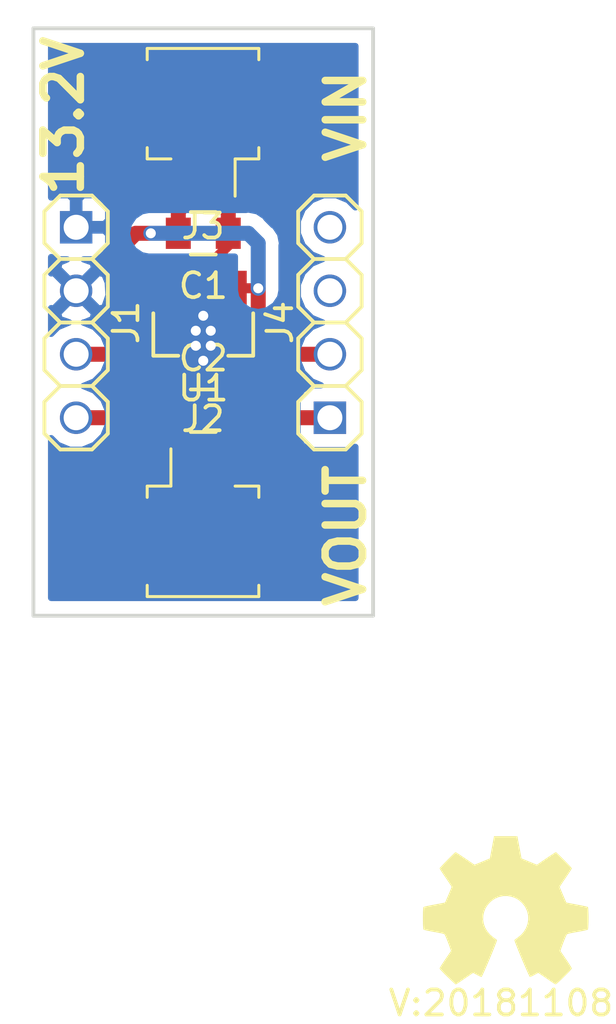
<source format=kicad_pcb>
(kicad_pcb (version 20171130) (host pcbnew 5.0.1-33cea8e~68~ubuntu18.04.1)

  (general
    (thickness 1.6)
    (drawings 7)
    (tracks 44)
    (zones 0)
    (modules 9)
    (nets 4)
  )

  (page A4)
  (layers
    (0 F.Cu signal)
    (31 B.Cu signal)
    (32 B.Adhes user)
    (33 F.Adhes user)
    (34 B.Paste user)
    (35 F.Paste user)
    (36 B.SilkS user)
    (37 F.SilkS user)
    (38 B.Mask user)
    (39 F.Mask user)
    (40 Dwgs.User user)
    (41 Cmts.User user)
    (42 Eco1.User user)
    (43 Eco2.User user)
    (44 Edge.Cuts user)
    (45 Margin user)
    (46 B.CrtYd user)
    (47 F.CrtYd user)
    (48 B.Fab user)
    (49 F.Fab user)
  )

  (setup
    (last_trace_width 0.6)
    (user_trace_width 0.1524)
    (user_trace_width 0.2)
    (user_trace_width 0.3)
    (user_trace_width 0.4)
    (user_trace_width 0.6)
    (user_trace_width 1)
    (user_trace_width 1.5)
    (user_trace_width 2)
    (trace_clearance 0.1524)
    (zone_clearance 0.508)
    (zone_45_only no)
    (trace_min 0.1524)
    (segment_width 0.2)
    (edge_width 0.15)
    (via_size 0.381)
    (via_drill 0.254)
    (via_min_size 0.381)
    (via_min_drill 0.254)
    (user_via 0.381 0.254)
    (user_via 0.55 0.4)
    (user_via 0.75 0.6)
    (user_via 0.95 0.8)
    (user_via 1.3 1)
    (user_via 1.5 1.2)
    (user_via 1.7 1.4)
    (user_via 1.9 1.6)
    (uvia_size 0.381)
    (uvia_drill 0.254)
    (uvias_allowed no)
    (uvia_min_size 0.381)
    (uvia_min_drill 0.254)
    (pcb_text_width 0.3)
    (pcb_text_size 1.5 1.5)
    (mod_edge_width 0.15)
    (mod_text_size 1 1)
    (mod_text_width 0.15)
    (pad_size 1.524 1.524)
    (pad_drill 0.762)
    (pad_to_mask_clearance 0.2)
    (solder_mask_min_width 0.25)
    (aux_axis_origin 0 0)
    (visible_elements FFFFFF7F)
    (pcbplotparams
      (layerselection 0x00030_80000001)
      (usegerberextensions false)
      (usegerberattributes false)
      (usegerberadvancedattributes false)
      (creategerberjobfile false)
      (excludeedgelayer true)
      (linewidth 0.100000)
      (plotframeref false)
      (viasonmask false)
      (mode 1)
      (useauxorigin false)
      (hpglpennumber 1)
      (hpglpenspeed 20)
      (hpglpendiameter 15.000000)
      (psnegative false)
      (psa4output false)
      (plotreference true)
      (plotvalue true)
      (plotinvisibletext false)
      (padsonsilk false)
      (subtractmaskfromsilk false)
      (outputformat 1)
      (mirror false)
      (drillshape 1)
      (scaleselection 1)
      (outputdirectory ""))
  )

  (net 0 "")
  (net 1 +12V)
  (net 2 GND)
  (net 3 VDD)

  (net_class Default "This is the default net class."
    (clearance 0.1524)
    (trace_width 0.1524)
    (via_dia 0.381)
    (via_drill 0.254)
    (uvia_dia 0.381)
    (uvia_drill 0.254)
    (add_net +12V)
    (add_net GND)
    (add_net VDD)
  )

  (module Symbols:OSHW-Symbol_6.7x6mm_SilkScreen (layer F.Cu) (tedit 0) (tstamp 5A135134)
    (at 148 101)
    (descr "Open Source Hardware Symbol")
    (tags "Logo Symbol OSHW")
    (path /5A135869)
    (attr virtual)
    (fp_text reference N1 (at 0 0) (layer F.SilkS) hide
      (effects (font (size 1 1) (thickness 0.15)))
    )
    (fp_text value OHWLOGO (at 0.75 0) (layer F.Fab) hide
      (effects (font (size 1 1) (thickness 0.15)))
    )
    (fp_poly (pts (xy 0.555814 -2.531069) (xy 0.639635 -2.086445) (xy 0.94892 -1.958947) (xy 1.258206 -1.831449)
      (xy 1.629246 -2.083754) (xy 1.733157 -2.154004) (xy 1.827087 -2.216728) (xy 1.906652 -2.269062)
      (xy 1.96747 -2.308143) (xy 2.005157 -2.331107) (xy 2.015421 -2.336058) (xy 2.03391 -2.323324)
      (xy 2.07342 -2.288118) (xy 2.129522 -2.234938) (xy 2.197787 -2.168282) (xy 2.273786 -2.092646)
      (xy 2.353092 -2.012528) (xy 2.431275 -1.932426) (xy 2.503907 -1.856836) (xy 2.566559 -1.790255)
      (xy 2.614803 -1.737182) (xy 2.64421 -1.702113) (xy 2.651241 -1.690377) (xy 2.641123 -1.66874)
      (xy 2.612759 -1.621338) (xy 2.569129 -1.552807) (xy 2.513218 -1.467785) (xy 2.448006 -1.370907)
      (xy 2.410219 -1.31565) (xy 2.341343 -1.214752) (xy 2.28014 -1.123701) (xy 2.229578 -1.04703)
      (xy 2.192628 -0.989272) (xy 2.172258 -0.954957) (xy 2.169197 -0.947746) (xy 2.176136 -0.927252)
      (xy 2.195051 -0.879487) (xy 2.223087 -0.811168) (xy 2.257391 -0.729011) (xy 2.295109 -0.63973)
      (xy 2.333387 -0.550042) (xy 2.36937 -0.466662) (xy 2.400206 -0.396306) (xy 2.423039 -0.34569)
      (xy 2.435017 -0.321529) (xy 2.435724 -0.320578) (xy 2.454531 -0.315964) (xy 2.504618 -0.305672)
      (xy 2.580793 -0.290713) (xy 2.677865 -0.272099) (xy 2.790643 -0.250841) (xy 2.856442 -0.238582)
      (xy 2.97695 -0.215638) (xy 3.085797 -0.193805) (xy 3.177476 -0.174278) (xy 3.246481 -0.158252)
      (xy 3.287304 -0.146921) (xy 3.295511 -0.143326) (xy 3.303548 -0.118994) (xy 3.310033 -0.064041)
      (xy 3.31497 0.015108) (xy 3.318364 0.112026) (xy 3.320218 0.220287) (xy 3.320538 0.333465)
      (xy 3.319327 0.445135) (xy 3.31659 0.548868) (xy 3.312331 0.638241) (xy 3.306555 0.706826)
      (xy 3.299267 0.748197) (xy 3.294895 0.75681) (xy 3.268764 0.767133) (xy 3.213393 0.781892)
      (xy 3.136107 0.799352) (xy 3.04423 0.81778) (xy 3.012158 0.823741) (xy 2.857524 0.852066)
      (xy 2.735375 0.874876) (xy 2.641673 0.89308) (xy 2.572384 0.907583) (xy 2.523471 0.919292)
      (xy 2.490897 0.929115) (xy 2.470628 0.937956) (xy 2.458626 0.946724) (xy 2.456947 0.948457)
      (xy 2.440184 0.976371) (xy 2.414614 1.030695) (xy 2.382788 1.104777) (xy 2.34726 1.191965)
      (xy 2.310583 1.285608) (xy 2.275311 1.379052) (xy 2.243996 1.465647) (xy 2.219193 1.53874)
      (xy 2.203454 1.591678) (xy 2.199332 1.617811) (xy 2.199676 1.618726) (xy 2.213641 1.640086)
      (xy 2.245322 1.687084) (xy 2.291391 1.754827) (xy 2.348518 1.838423) (xy 2.413373 1.932982)
      (xy 2.431843 1.959854) (xy 2.497699 2.057275) (xy 2.55565 2.146163) (xy 2.602538 2.221412)
      (xy 2.635207 2.27792) (xy 2.6505 2.310581) (xy 2.651241 2.314593) (xy 2.638392 2.335684)
      (xy 2.602888 2.377464) (xy 2.549293 2.435445) (xy 2.482171 2.505135) (xy 2.406087 2.582045)
      (xy 2.325604 2.661683) (xy 2.245287 2.739561) (xy 2.169699 2.811186) (xy 2.103405 2.87207)
      (xy 2.050969 2.917721) (xy 2.016955 2.94365) (xy 2.007545 2.947883) (xy 1.985643 2.937912)
      (xy 1.9408 2.91102) (xy 1.880321 2.871736) (xy 1.833789 2.840117) (xy 1.749475 2.782098)
      (xy 1.649626 2.713784) (xy 1.549473 2.645579) (xy 1.495627 2.609075) (xy 1.313371 2.4858)
      (xy 1.160381 2.56852) (xy 1.090682 2.604759) (xy 1.031414 2.632926) (xy 0.991311 2.648991)
      (xy 0.981103 2.651226) (xy 0.968829 2.634722) (xy 0.944613 2.588082) (xy 0.910263 2.515609)
      (xy 0.867588 2.421606) (xy 0.818394 2.310374) (xy 0.76449 2.186215) (xy 0.707684 2.053432)
      (xy 0.649782 1.916327) (xy 0.592593 1.779202) (xy 0.537924 1.646358) (xy 0.487584 1.522098)
      (xy 0.44338 1.410725) (xy 0.407119 1.316539) (xy 0.380609 1.243844) (xy 0.365658 1.196941)
      (xy 0.363254 1.180833) (xy 0.382311 1.160286) (xy 0.424036 1.126933) (xy 0.479706 1.087702)
      (xy 0.484378 1.084599) (xy 0.628264 0.969423) (xy 0.744283 0.835053) (xy 0.83143 0.685784)
      (xy 0.888699 0.525913) (xy 0.915086 0.359737) (xy 0.909585 0.191552) (xy 0.87119 0.025655)
      (xy 0.798895 -0.133658) (xy 0.777626 -0.168513) (xy 0.666996 -0.309263) (xy 0.536302 -0.422286)
      (xy 0.390064 -0.506997) (xy 0.232808 -0.562806) (xy 0.069057 -0.589126) (xy -0.096667 -0.58537)
      (xy -0.259838 -0.55095) (xy -0.415935 -0.485277) (xy -0.560433 -0.387765) (xy -0.605131 -0.348187)
      (xy -0.718888 -0.224297) (xy -0.801782 -0.093876) (xy -0.858644 0.052315) (xy -0.890313 0.197088)
      (xy -0.898131 0.35986) (xy -0.872062 0.52344) (xy -0.814755 0.682298) (xy -0.728856 0.830906)
      (xy -0.617014 0.963735) (xy -0.481877 1.075256) (xy -0.464117 1.087011) (xy -0.40785 1.125508)
      (xy -0.365077 1.158863) (xy -0.344628 1.18016) (xy -0.344331 1.180833) (xy -0.348721 1.203871)
      (xy -0.366124 1.256157) (xy -0.394732 1.33339) (xy -0.432735 1.431268) (xy -0.478326 1.545491)
      (xy -0.529697 1.671758) (xy -0.585038 1.805767) (xy -0.642542 1.943218) (xy -0.700399 2.079808)
      (xy -0.756802 2.211237) (xy -0.809942 2.333205) (xy -0.85801 2.441409) (xy -0.899199 2.531549)
      (xy -0.931699 2.599323) (xy -0.953703 2.64043) (xy -0.962564 2.651226) (xy -0.98964 2.642819)
      (xy -1.040303 2.620272) (xy -1.105817 2.587613) (xy -1.141841 2.56852) (xy -1.294832 2.4858)
      (xy -1.477088 2.609075) (xy -1.570125 2.672228) (xy -1.671985 2.741727) (xy -1.767438 2.807165)
      (xy -1.81525 2.840117) (xy -1.882495 2.885273) (xy -1.939436 2.921057) (xy -1.978646 2.942938)
      (xy -1.991381 2.947563) (xy -2.009917 2.935085) (xy -2.050941 2.900252) (xy -2.110475 2.846678)
      (xy -2.184542 2.777983) (xy -2.269165 2.697781) (xy -2.322685 2.646286) (xy -2.416319 2.554286)
      (xy -2.497241 2.471999) (xy -2.562177 2.402945) (xy -2.607858 2.350644) (xy -2.631011 2.318616)
      (xy -2.633232 2.312116) (xy -2.622924 2.287394) (xy -2.594439 2.237405) (xy -2.550937 2.167212)
      (xy -2.495577 2.081875) (xy -2.43152 1.986456) (xy -2.413303 1.959854) (xy -2.346927 1.863167)
      (xy -2.287378 1.776117) (xy -2.237984 1.703595) (xy -2.202075 1.650493) (xy -2.182981 1.621703)
      (xy -2.181136 1.618726) (xy -2.183895 1.595782) (xy -2.198538 1.545336) (xy -2.222513 1.474041)
      (xy -2.253266 1.388547) (xy -2.288244 1.295507) (xy -2.324893 1.201574) (xy -2.360661 1.113399)
      (xy -2.392994 1.037634) (xy -2.419338 0.980931) (xy -2.437142 0.949943) (xy -2.438407 0.948457)
      (xy -2.449294 0.939601) (xy -2.467682 0.930843) (xy -2.497606 0.921277) (xy -2.543103 0.909996)
      (xy -2.608209 0.896093) (xy -2.696961 0.878663) (xy -2.813393 0.856798) (xy -2.961542 0.829591)
      (xy -2.993618 0.823741) (xy -3.088686 0.805374) (xy -3.171565 0.787405) (xy -3.23493 0.771569)
      (xy -3.271458 0.7596) (xy -3.276356 0.75681) (xy -3.284427 0.732072) (xy -3.290987 0.67679)
      (xy -3.296033 0.597389) (xy -3.299559 0.500296) (xy -3.301561 0.391938) (xy -3.302036 0.27874)
      (xy -3.300977 0.167128) (xy -3.298382 0.063529) (xy -3.294246 -0.025632) (xy -3.288563 -0.093928)
      (xy -3.281331 -0.134934) (xy -3.276971 -0.143326) (xy -3.252698 -0.151792) (xy -3.197426 -0.165565)
      (xy -3.116662 -0.18345) (xy -3.015912 -0.204252) (xy -2.900683 -0.226777) (xy -2.837902 -0.238582)
      (xy -2.718787 -0.260849) (xy -2.612565 -0.281021) (xy -2.524427 -0.298085) (xy -2.459566 -0.311031)
      (xy -2.423174 -0.318845) (xy -2.417184 -0.320578) (xy -2.407061 -0.34011) (xy -2.385662 -0.387157)
      (xy -2.355839 -0.454997) (xy -2.320445 -0.536909) (xy -2.282332 -0.626172) (xy -2.244353 -0.716065)
      (xy -2.20936 -0.799865) (xy -2.180206 -0.870853) (xy -2.159743 -0.922306) (xy -2.150823 -0.947503)
      (xy -2.150657 -0.948604) (xy -2.160769 -0.968481) (xy -2.189117 -1.014223) (xy -2.232723 -1.081283)
      (xy -2.288606 -1.165116) (xy -2.353787 -1.261174) (xy -2.391679 -1.31635) (xy -2.460725 -1.417519)
      (xy -2.52205 -1.50937) (xy -2.572663 -1.587256) (xy -2.609571 -1.646531) (xy -2.629782 -1.682549)
      (xy -2.632701 -1.690623) (xy -2.620153 -1.709416) (xy -2.585463 -1.749543) (xy -2.533063 -1.806507)
      (xy -2.467384 -1.875815) (xy -2.392856 -1.952969) (xy -2.313913 -2.033475) (xy -2.234983 -2.112837)
      (xy -2.1605 -2.18656) (xy -2.094894 -2.250148) (xy -2.042596 -2.299106) (xy -2.008039 -2.328939)
      (xy -1.996478 -2.336058) (xy -1.977654 -2.326047) (xy -1.932631 -2.297922) (xy -1.865787 -2.254546)
      (xy -1.781499 -2.198782) (xy -1.684144 -2.133494) (xy -1.610707 -2.083754) (xy -1.239667 -1.831449)
      (xy -0.621095 -2.086445) (xy -0.537275 -2.531069) (xy -0.453454 -2.975693) (xy 0.471994 -2.975693)
      (xy 0.555814 -2.531069)) (layer F.SilkS) (width 0.01))
  )

  (module SquantorLabels:Label_version (layer F.Cu) (tedit 5B5A1E49) (tstamp 5B96DD88)
    (at 148.9 104.8)
    (path /5A1357A5)
    (fp_text reference N2 (at 0 1.4) (layer F.Fab) hide
      (effects (font (size 1 1) (thickness 0.15)))
    )
    (fp_text value 20181108 (at -0.4 -0.1) (layer F.SilkS)
      (effects (font (size 1 1) (thickness 0.15)))
    )
    (fp_text user V: (at -4.9 -0.1) (layer F.SilkS)
      (effects (font (size 1 1) (thickness 0.15)))
    )
  )

  (module SquantorRcl:C_0805 (layer F.Cu) (tedit 5415D6EA) (tstamp 5BFD038B)
    (at 135.9 73.9 180)
    (descr "Capacitor SMD 0805, reflow soldering, AVX (see smccp.pdf)")
    (tags "capacitor 0805")
    (path /5BE4AAB5)
    (attr smd)
    (fp_text reference C1 (at 0 -2.1 180) (layer F.SilkS)
      (effects (font (size 1 1) (thickness 0.15)))
    )
    (fp_text value C (at 0 2.1 180) (layer F.Fab)
      (effects (font (size 1 1) (thickness 0.15)))
    )
    (fp_line (start -1 0.625) (end -1 -0.625) (layer F.Fab) (width 0.15))
    (fp_line (start 1 0.625) (end -1 0.625) (layer F.Fab) (width 0.15))
    (fp_line (start 1 -0.625) (end 1 0.625) (layer F.Fab) (width 0.15))
    (fp_line (start -1 -0.625) (end 1 -0.625) (layer F.Fab) (width 0.15))
    (fp_line (start -1.8 -1) (end 1.8 -1) (layer F.CrtYd) (width 0.05))
    (fp_line (start -1.8 1) (end 1.8 1) (layer F.CrtYd) (width 0.05))
    (fp_line (start -1.8 -1) (end -1.8 1) (layer F.CrtYd) (width 0.05))
    (fp_line (start 1.8 -1) (end 1.8 1) (layer F.CrtYd) (width 0.05))
    (fp_line (start 0.5 -0.85) (end -0.5 -0.85) (layer F.SilkS) (width 0.15))
    (fp_line (start -0.5 0.85) (end 0.5 0.85) (layer F.SilkS) (width 0.15))
    (pad 1 smd rect (at -1 0 180) (size 1 1.25) (layers F.Cu F.Paste F.Mask)
      (net 1 +12V))
    (pad 2 smd rect (at 1 0 180) (size 1 1.25) (layers F.Cu F.Paste F.Mask)
      (net 2 GND))
    (model Capacitors_SMD.3dshapes/C_0805.wrl
      (at (xyz 0 0 0))
      (scale (xyz 1 1 1))
      (rotate (xyz 0 0 0))
    )
  )

  (module SquantorRcl:C_0805 (layer F.Cu) (tedit 5415D6EA) (tstamp 5BFD039B)
    (at 135.9 81)
    (descr "Capacitor SMD 0805, reflow soldering, AVX (see smccp.pdf)")
    (tags "capacitor 0805")
    (path /5BE4AAF0)
    (attr smd)
    (fp_text reference C2 (at 0 -2.1) (layer F.SilkS)
      (effects (font (size 1 1) (thickness 0.15)))
    )
    (fp_text value C (at 0 2.1) (layer F.Fab)
      (effects (font (size 1 1) (thickness 0.15)))
    )
    (fp_line (start -0.5 0.85) (end 0.5 0.85) (layer F.SilkS) (width 0.15))
    (fp_line (start 0.5 -0.85) (end -0.5 -0.85) (layer F.SilkS) (width 0.15))
    (fp_line (start 1.8 -1) (end 1.8 1) (layer F.CrtYd) (width 0.05))
    (fp_line (start -1.8 -1) (end -1.8 1) (layer F.CrtYd) (width 0.05))
    (fp_line (start -1.8 1) (end 1.8 1) (layer F.CrtYd) (width 0.05))
    (fp_line (start -1.8 -1) (end 1.8 -1) (layer F.CrtYd) (width 0.05))
    (fp_line (start -1 -0.625) (end 1 -0.625) (layer F.Fab) (width 0.15))
    (fp_line (start 1 -0.625) (end 1 0.625) (layer F.Fab) (width 0.15))
    (fp_line (start 1 0.625) (end -1 0.625) (layer F.Fab) (width 0.15))
    (fp_line (start -1 0.625) (end -1 -0.625) (layer F.Fab) (width 0.15))
    (pad 2 smd rect (at 1 0) (size 1 1.25) (layers F.Cu F.Paste F.Mask)
      (net 2 GND))
    (pad 1 smd rect (at -1 0) (size 1 1.25) (layers F.Cu F.Paste F.Mask)
      (net 3 VDD))
    (model Capacitors_SMD.3dshapes/C_0805.wrl
      (at (xyz 0 0 0))
      (scale (xyz 1 1 1))
      (rotate (xyz 0 0 0))
    )
  )

  (module SquantorConnectors:Header-0254-1X04-H010 (layer F.Cu) (tedit 5BE2004D) (tstamp 5BFD03C0)
    (at 130.81 77.47 270)
    (descr "PIN HEADER")
    (tags "PIN HEADER")
    (path /5BE4B042)
    (attr virtual)
    (fp_text reference J1 (at 0 -2 270) (layer F.SilkS)
      (effects (font (size 1 1) (thickness 0.15)))
    )
    (fp_text value Conn_01x04 (at 0 2.2 270) (layer F.Fab)
      (effects (font (size 1 1) (thickness 0.15)))
    )
    (fp_line (start 0 -0.635) (end 0.635 -1.27) (layer F.SilkS) (width 0.1524))
    (fp_line (start 0.635 -1.27) (end 1.905 -1.27) (layer F.SilkS) (width 0.1524))
    (fp_line (start 1.905 -1.27) (end 2.54 -0.635) (layer F.SilkS) (width 0.1524))
    (fp_line (start 2.54 -0.635) (end 2.54 0.635) (layer F.SilkS) (width 0.1524))
    (fp_line (start 2.54 0.635) (end 1.905 1.27) (layer F.SilkS) (width 0.1524))
    (fp_line (start 1.905 1.27) (end 0.635 1.27) (layer F.SilkS) (width 0.1524))
    (fp_line (start 0.635 1.27) (end 0 0.635) (layer F.SilkS) (width 0.1524))
    (fp_line (start -4.445 -1.27) (end -3.175 -1.27) (layer F.SilkS) (width 0.1524))
    (fp_line (start -3.175 -1.27) (end -2.54 -0.635) (layer F.SilkS) (width 0.1524))
    (fp_line (start -2.54 -0.635) (end -2.54 0.635) (layer F.SilkS) (width 0.1524))
    (fp_line (start -2.54 0.635) (end -3.175 1.27) (layer F.SilkS) (width 0.1524))
    (fp_line (start -2.54 -0.635) (end -1.905 -1.27) (layer F.SilkS) (width 0.1524))
    (fp_line (start -1.905 -1.27) (end -0.635 -1.27) (layer F.SilkS) (width 0.1524))
    (fp_line (start -0.635 -1.27) (end 0 -0.635) (layer F.SilkS) (width 0.1524))
    (fp_line (start 0 -0.635) (end 0 0.635) (layer F.SilkS) (width 0.1524))
    (fp_line (start 0 0.635) (end -0.635 1.27) (layer F.SilkS) (width 0.1524))
    (fp_line (start -0.635 1.27) (end -1.905 1.27) (layer F.SilkS) (width 0.1524))
    (fp_line (start -1.905 1.27) (end -2.54 0.635) (layer F.SilkS) (width 0.1524))
    (fp_line (start -5.08 -0.635) (end -5.08 0.635) (layer F.SilkS) (width 0.1524))
    (fp_line (start -4.445 -1.27) (end -5.08 -0.635) (layer F.SilkS) (width 0.1524))
    (fp_line (start -5.08 0.635) (end -4.445 1.27) (layer F.SilkS) (width 0.1524))
    (fp_line (start -3.175 1.27) (end -4.445 1.27) (layer F.SilkS) (width 0.1524))
    (fp_line (start 3.175 -1.27) (end 4.445 -1.27) (layer F.SilkS) (width 0.1524))
    (fp_line (start 4.445 -1.27) (end 5.08 -0.635) (layer F.SilkS) (width 0.1524))
    (fp_line (start 5.08 -0.635) (end 5.08 0.635) (layer F.SilkS) (width 0.1524))
    (fp_line (start 5.08 0.635) (end 4.445 1.27) (layer F.SilkS) (width 0.1524))
    (fp_line (start 3.175 -1.27) (end 2.54 -0.635) (layer F.SilkS) (width 0.1524))
    (fp_line (start 2.54 0.635) (end 3.175 1.27) (layer F.SilkS) (width 0.1524))
    (fp_line (start 4.445 1.27) (end 3.175 1.27) (layer F.SilkS) (width 0.1524))
    (pad 1 thru_hole rect (at -3.81 0 90) (size 1.3 1.3) (drill 1) (layers *.Cu *.Mask)
      (net 1 +12V))
    (pad 2 thru_hole circle (at -1.27 0 90) (size 1.3 1.3) (drill 1) (layers *.Cu *.Mask)
      (net 1 +12V))
    (pad 3 thru_hole circle (at 1.27 0 90) (size 1.3 1.3) (drill 1) (layers *.Cu *.Mask)
      (net 2 GND))
    (pad 4 thru_hole circle (at 3.81 0 90) (size 1.3 1.3) (drill 1) (layers *.Cu *.Mask)
      (net 2 GND))
  )

  (module Connector_Molex:Molex_PicoBlade_53261-0271_1x02-1MP_P1.25mm_Horizontal (layer F.Cu) (tedit 5B78AD89) (tstamp 5BFD0B95)
    (at 135.89 85.725)
    (descr "Molex PicoBlade series connector, 53261-0271 (http://www.molex.com/pdm_docs/sd/532610271_sd.pdf), generated with kicad-footprint-generator")
    (tags "connector Molex PicoBlade top entry")
    (path /5BE4D037)
    (attr smd)
    (fp_text reference J2 (at 0 -4.4) (layer F.SilkS)
      (effects (font (size 1 1) (thickness 0.15)))
    )
    (fp_text value Conn_01x02 (at 0 3.8) (layer F.Fab)
      (effects (font (size 1 1) (thickness 0.15)))
    )
    (fp_text user %R (at 0 1.9) (layer F.Fab)
      (effects (font (size 1 1) (thickness 0.15)))
    )
    (fp_line (start -0.625 -0.892893) (end -0.125 -1.6) (layer F.Fab) (width 0.1))
    (fp_line (start -1.125 -1.6) (end -0.625 -0.892893) (layer F.Fab) (width 0.1))
    (fp_line (start 4.72 -3.7) (end -4.72 -3.7) (layer F.CrtYd) (width 0.05))
    (fp_line (start 4.72 3.1) (end 4.72 -3.7) (layer F.CrtYd) (width 0.05))
    (fp_line (start -4.72 3.1) (end 4.72 3.1) (layer F.CrtYd) (width 0.05))
    (fp_line (start -4.72 -3.7) (end -4.72 3.1) (layer F.CrtYd) (width 0.05))
    (fp_line (start 3.625 2.2) (end 2.125 2.2) (layer F.Fab) (width 0.1))
    (fp_line (start 3.625 1.6) (end 3.625 2.2) (layer F.Fab) (width 0.1))
    (fp_line (start 3.825 1.4) (end 3.625 1.6) (layer F.Fab) (width 0.1))
    (fp_line (start 3.825 -0.4) (end 3.825 1.4) (layer F.Fab) (width 0.1))
    (fp_line (start 3.625 -0.6) (end 3.825 -0.4) (layer F.Fab) (width 0.1))
    (fp_line (start 2.125 -0.6) (end 3.625 -0.6) (layer F.Fab) (width 0.1))
    (fp_line (start -3.625 2.2) (end -2.125 2.2) (layer F.Fab) (width 0.1))
    (fp_line (start -3.625 1.6) (end -3.625 2.2) (layer F.Fab) (width 0.1))
    (fp_line (start -3.825 1.4) (end -3.625 1.6) (layer F.Fab) (width 0.1))
    (fp_line (start -3.825 -0.4) (end -3.825 1.4) (layer F.Fab) (width 0.1))
    (fp_line (start -3.625 -0.6) (end -3.825 -0.4) (layer F.Fab) (width 0.1))
    (fp_line (start -2.125 -0.6) (end -3.625 -0.6) (layer F.Fab) (width 0.1))
    (fp_line (start 2.125 -1.6) (end 2.125 2.6) (layer F.Fab) (width 0.1))
    (fp_line (start -2.125 -1.6) (end -2.125 2.6) (layer F.Fab) (width 0.1))
    (fp_line (start -2.125 2.6) (end 2.125 2.6) (layer F.Fab) (width 0.1))
    (fp_line (start 2.235 2.71) (end 2.235 2.26) (layer F.SilkS) (width 0.12))
    (fp_line (start -2.235 2.71) (end 2.235 2.71) (layer F.SilkS) (width 0.12))
    (fp_line (start -2.235 2.26) (end -2.235 2.71) (layer F.SilkS) (width 0.12))
    (fp_line (start 2.235 -1.71) (end 1.285 -1.71) (layer F.SilkS) (width 0.12))
    (fp_line (start 2.235 -1.26) (end 2.235 -1.71) (layer F.SilkS) (width 0.12))
    (fp_line (start -1.285 -1.71) (end -1.285 -3.2) (layer F.SilkS) (width 0.12))
    (fp_line (start -2.235 -1.71) (end -1.285 -1.71) (layer F.SilkS) (width 0.12))
    (fp_line (start -2.235 -1.26) (end -2.235 -1.71) (layer F.SilkS) (width 0.12))
    (fp_line (start -2.125 -1.6) (end 2.125 -1.6) (layer F.Fab) (width 0.1))
    (pad MP smd roundrect (at 3.175 0.5) (size 2.1 3) (layers F.Cu F.Paste F.Mask) (roundrect_rratio 0.119048))
    (pad MP smd roundrect (at -3.175 0.5) (size 2.1 3) (layers F.Cu F.Paste F.Mask) (roundrect_rratio 0.119048))
    (pad 2 smd roundrect (at 0.625 -2.4) (size 0.8 1.6) (layers F.Cu F.Paste F.Mask) (roundrect_rratio 0.25)
      (net 2 GND))
    (pad 1 smd roundrect (at -0.625 -2.4) (size 0.8 1.6) (layers F.Cu F.Paste F.Mask) (roundrect_rratio 0.25)
      (net 3 VDD))
    (model ${KISYS3DMOD}/Connector_Molex.3dshapes/Molex_PicoBlade_53261-0271_1x02-1MP_P1.25mm_Horizontal.wrl
      (at (xyz 0 0 0))
      (scale (xyz 1 1 1))
      (rotate (xyz 0 0 0))
    )
  )

  (module Connector_Molex:Molex_PicoBlade_53261-0271_1x02-1MP_P1.25mm_Horizontal (layer F.Cu) (tedit 5B78AD89) (tstamp 5BFD040E)
    (at 135.89 69.215 180)
    (descr "Molex PicoBlade series connector, 53261-0271 (http://www.molex.com/pdm_docs/sd/532610271_sd.pdf), generated with kicad-footprint-generator")
    (tags "connector Molex PicoBlade top entry")
    (path /5BE4C9F1)
    (attr smd)
    (fp_text reference J3 (at 0 -4.4 180) (layer F.SilkS)
      (effects (font (size 1 1) (thickness 0.15)))
    )
    (fp_text value Conn_01x02 (at 0 3.8 180) (layer F.Fab)
      (effects (font (size 1 1) (thickness 0.15)))
    )
    (fp_line (start -2.125 -1.6) (end 2.125 -1.6) (layer F.Fab) (width 0.1))
    (fp_line (start -2.235 -1.26) (end -2.235 -1.71) (layer F.SilkS) (width 0.12))
    (fp_line (start -2.235 -1.71) (end -1.285 -1.71) (layer F.SilkS) (width 0.12))
    (fp_line (start -1.285 -1.71) (end -1.285 -3.2) (layer F.SilkS) (width 0.12))
    (fp_line (start 2.235 -1.26) (end 2.235 -1.71) (layer F.SilkS) (width 0.12))
    (fp_line (start 2.235 -1.71) (end 1.285 -1.71) (layer F.SilkS) (width 0.12))
    (fp_line (start -2.235 2.26) (end -2.235 2.71) (layer F.SilkS) (width 0.12))
    (fp_line (start -2.235 2.71) (end 2.235 2.71) (layer F.SilkS) (width 0.12))
    (fp_line (start 2.235 2.71) (end 2.235 2.26) (layer F.SilkS) (width 0.12))
    (fp_line (start -2.125 2.6) (end 2.125 2.6) (layer F.Fab) (width 0.1))
    (fp_line (start -2.125 -1.6) (end -2.125 2.6) (layer F.Fab) (width 0.1))
    (fp_line (start 2.125 -1.6) (end 2.125 2.6) (layer F.Fab) (width 0.1))
    (fp_line (start -2.125 -0.6) (end -3.625 -0.6) (layer F.Fab) (width 0.1))
    (fp_line (start -3.625 -0.6) (end -3.825 -0.4) (layer F.Fab) (width 0.1))
    (fp_line (start -3.825 -0.4) (end -3.825 1.4) (layer F.Fab) (width 0.1))
    (fp_line (start -3.825 1.4) (end -3.625 1.6) (layer F.Fab) (width 0.1))
    (fp_line (start -3.625 1.6) (end -3.625 2.2) (layer F.Fab) (width 0.1))
    (fp_line (start -3.625 2.2) (end -2.125 2.2) (layer F.Fab) (width 0.1))
    (fp_line (start 2.125 -0.6) (end 3.625 -0.6) (layer F.Fab) (width 0.1))
    (fp_line (start 3.625 -0.6) (end 3.825 -0.4) (layer F.Fab) (width 0.1))
    (fp_line (start 3.825 -0.4) (end 3.825 1.4) (layer F.Fab) (width 0.1))
    (fp_line (start 3.825 1.4) (end 3.625 1.6) (layer F.Fab) (width 0.1))
    (fp_line (start 3.625 1.6) (end 3.625 2.2) (layer F.Fab) (width 0.1))
    (fp_line (start 3.625 2.2) (end 2.125 2.2) (layer F.Fab) (width 0.1))
    (fp_line (start -4.72 -3.7) (end -4.72 3.1) (layer F.CrtYd) (width 0.05))
    (fp_line (start -4.72 3.1) (end 4.72 3.1) (layer F.CrtYd) (width 0.05))
    (fp_line (start 4.72 3.1) (end 4.72 -3.7) (layer F.CrtYd) (width 0.05))
    (fp_line (start 4.72 -3.7) (end -4.72 -3.7) (layer F.CrtYd) (width 0.05))
    (fp_line (start -1.125 -1.6) (end -0.625 -0.892893) (layer F.Fab) (width 0.1))
    (fp_line (start -0.625 -0.892893) (end -0.125 -1.6) (layer F.Fab) (width 0.1))
    (fp_text user %R (at 0 1.9 180) (layer F.Fab)
      (effects (font (size 1 1) (thickness 0.15)))
    )
    (pad 1 smd roundrect (at -0.625 -2.4 180) (size 0.8 1.6) (layers F.Cu F.Paste F.Mask) (roundrect_rratio 0.25)
      (net 1 +12V))
    (pad 2 smd roundrect (at 0.625 -2.4 180) (size 0.8 1.6) (layers F.Cu F.Paste F.Mask) (roundrect_rratio 0.25)
      (net 2 GND))
    (pad MP smd roundrect (at -3.175 0.5 180) (size 2.1 3) (layers F.Cu F.Paste F.Mask) (roundrect_rratio 0.119048))
    (pad MP smd roundrect (at 3.175 0.5 180) (size 2.1 3) (layers F.Cu F.Paste F.Mask) (roundrect_rratio 0.119048))
    (model ${KISYS3DMOD}/Connector_Molex.3dshapes/Molex_PicoBlade_53261-0271_1x02-1MP_P1.25mm_Horizontal.wrl
      (at (xyz 0 0 0))
      (scale (xyz 1 1 1))
      (rotate (xyz 0 0 0))
    )
  )

  (module SquantorConnectors:Header-0254-1X04-H010 (layer F.Cu) (tedit 5BE2004D) (tstamp 5BFD0433)
    (at 140.97 77.47 90)
    (descr "PIN HEADER")
    (tags "PIN HEADER")
    (path /5BE4B50D)
    (attr virtual)
    (fp_text reference J4 (at 0 -2 90) (layer F.SilkS)
      (effects (font (size 1 1) (thickness 0.15)))
    )
    (fp_text value Conn_01x04 (at 0 2.2 90) (layer F.Fab)
      (effects (font (size 1 1) (thickness 0.15)))
    )
    (fp_line (start 4.445 1.27) (end 3.175 1.27) (layer F.SilkS) (width 0.1524))
    (fp_line (start 2.54 0.635) (end 3.175 1.27) (layer F.SilkS) (width 0.1524))
    (fp_line (start 3.175 -1.27) (end 2.54 -0.635) (layer F.SilkS) (width 0.1524))
    (fp_line (start 5.08 0.635) (end 4.445 1.27) (layer F.SilkS) (width 0.1524))
    (fp_line (start 5.08 -0.635) (end 5.08 0.635) (layer F.SilkS) (width 0.1524))
    (fp_line (start 4.445 -1.27) (end 5.08 -0.635) (layer F.SilkS) (width 0.1524))
    (fp_line (start 3.175 -1.27) (end 4.445 -1.27) (layer F.SilkS) (width 0.1524))
    (fp_line (start -3.175 1.27) (end -4.445 1.27) (layer F.SilkS) (width 0.1524))
    (fp_line (start -5.08 0.635) (end -4.445 1.27) (layer F.SilkS) (width 0.1524))
    (fp_line (start -4.445 -1.27) (end -5.08 -0.635) (layer F.SilkS) (width 0.1524))
    (fp_line (start -5.08 -0.635) (end -5.08 0.635) (layer F.SilkS) (width 0.1524))
    (fp_line (start -1.905 1.27) (end -2.54 0.635) (layer F.SilkS) (width 0.1524))
    (fp_line (start -0.635 1.27) (end -1.905 1.27) (layer F.SilkS) (width 0.1524))
    (fp_line (start 0 0.635) (end -0.635 1.27) (layer F.SilkS) (width 0.1524))
    (fp_line (start 0 -0.635) (end 0 0.635) (layer F.SilkS) (width 0.1524))
    (fp_line (start -0.635 -1.27) (end 0 -0.635) (layer F.SilkS) (width 0.1524))
    (fp_line (start -1.905 -1.27) (end -0.635 -1.27) (layer F.SilkS) (width 0.1524))
    (fp_line (start -2.54 -0.635) (end -1.905 -1.27) (layer F.SilkS) (width 0.1524))
    (fp_line (start -2.54 0.635) (end -3.175 1.27) (layer F.SilkS) (width 0.1524))
    (fp_line (start -2.54 -0.635) (end -2.54 0.635) (layer F.SilkS) (width 0.1524))
    (fp_line (start -3.175 -1.27) (end -2.54 -0.635) (layer F.SilkS) (width 0.1524))
    (fp_line (start -4.445 -1.27) (end -3.175 -1.27) (layer F.SilkS) (width 0.1524))
    (fp_line (start 0.635 1.27) (end 0 0.635) (layer F.SilkS) (width 0.1524))
    (fp_line (start 1.905 1.27) (end 0.635 1.27) (layer F.SilkS) (width 0.1524))
    (fp_line (start 2.54 0.635) (end 1.905 1.27) (layer F.SilkS) (width 0.1524))
    (fp_line (start 2.54 -0.635) (end 2.54 0.635) (layer F.SilkS) (width 0.1524))
    (fp_line (start 1.905 -1.27) (end 2.54 -0.635) (layer F.SilkS) (width 0.1524))
    (fp_line (start 0.635 -1.27) (end 1.905 -1.27) (layer F.SilkS) (width 0.1524))
    (fp_line (start 0 -0.635) (end 0.635 -1.27) (layer F.SilkS) (width 0.1524))
    (pad 4 thru_hole circle (at 3.81 0 270) (size 1.3 1.3) (drill 1) (layers *.Cu *.Mask)
      (net 3 VDD))
    (pad 3 thru_hole circle (at 1.27 0 270) (size 1.3 1.3) (drill 1) (layers *.Cu *.Mask)
      (net 3 VDD))
    (pad 2 thru_hole circle (at -1.27 0 270) (size 1.3 1.3) (drill 1) (layers *.Cu *.Mask)
      (net 2 GND))
    (pad 1 thru_hole rect (at -3.81 0 270) (size 1.3 1.3) (drill 1) (layers *.Cu *.Mask)
      (net 2 GND))
  )

  (module SquantorIC:SOT89-ViaTab-Microchip-MB (layer F.Cu) (tedit 5B5361E2) (tstamp 5BFD0ACF)
    (at 135.9 76.1 180)
    (path /5BE4AA1E)
    (fp_text reference U1 (at 0 -4 180) (layer F.SilkS)
      (effects (font (size 1 1) (thickness 0.15)))
    )
    (fp_text value MCP1702-MB (at 0 2 180) (layer F.Fab)
      (effects (font (size 1 1) (thickness 0.15)))
    )
    (fp_line (start 2 -2.7) (end 2 -1) (layer F.SilkS) (width 0.15))
    (fp_line (start 1 -2.7) (end 2 -2.7) (layer F.SilkS) (width 0.15))
    (fp_line (start -2 -2.7) (end -1 -2.7) (layer F.SilkS) (width 0.15))
    (fp_line (start -2 -1) (end -2 -2.7) (layer F.SilkS) (width 0.15))
    (pad 1 smd rect (at -1.5 0 180) (size 0.48 1.4) (layers F.Cu F.Paste F.Mask)
      (net 2 GND))
    (pad 2 smd rect (at 0 0 180) (size 0.48 1.4) (layers F.Cu F.Paste F.Mask)
      (net 1 +12V))
    (pad 3 smd rect (at 1.5 0 180) (size 0.48 1.4) (layers F.Cu F.Paste F.Mask)
      (net 3 VDD))
    (pad TAB smd oval (at 0 -2 180) (size 1.2 2.85) (layers F.Cu F.Paste F.Mask)
      (net 1 +12V) (zone_connect 2))
    (pad TAB thru_hole rect (at -0.3 -1.7 180) (size 0.6 0.6) (drill 0.4) (layers *.Cu *.Mask)
      (net 1 +12V) (zone_connect 2))
    (pad TAB thru_hole rect (at 0.3 -1.7 180) (size 0.6 0.6) (drill 0.4) (layers *.Cu *.Mask)
      (net 1 +12V) (zone_connect 2))
    (pad TAB thru_hole rect (at 0.3 -2.3 180) (size 0.6 0.6) (drill 0.4) (layers *.Cu *.Mask)
      (net 1 +12V) (zone_connect 2))
    (pad TAB thru_hole rect (at -0.3 -2.3 180) (size 0.6 0.6) (drill 0.4) (layers *.Cu *.Mask)
      (net 1 +12V) (zone_connect 2))
    (pad TAB thru_hole rect (at 0 -2.9 180) (size 0.6 0.6) (drill 0.4) (layers *.Cu *.Mask)
      (net 1 +12V) (zone_connect 2))
    (pad TAB thru_hole rect (at 0 -1.1 180) (size 0.6 0.6) (drill 0.4) (layers *.Cu *.Mask)
      (net 1 +12V) (zone_connect 2))
  )

  (gr_text VOUT (at 141.6 86 90) (layer F.SilkS)
    (effects (font (size 1.5 1.5) (thickness 0.3)))
  )
  (gr_text 13.2V (at 130.3 69.2 90) (layer F.SilkS)
    (effects (font (size 1.5 1.5) (thickness 0.3)))
  )
  (gr_text VIN (at 141.605 69.215 90) (layer F.SilkS)
    (effects (font (size 1.5 1.5) (thickness 0.3)))
  )
  (gr_line (start 142.7 65.7) (end 142.7 89.2) (layer Edge.Cuts) (width 0.15))
  (gr_line (start 129.1 89.2) (end 129.1 65.7) (layer Edge.Cuts) (width 0.15))
  (gr_line (start 142.7 65.7) (end 129.1 65.7) (layer Edge.Cuts) (width 0.15))
  (gr_line (start 129.1 89.2) (end 142.7 89.2) (layer Edge.Cuts) (width 0.15))

  (segment (start 136.515 71.615) (end 136.515 72.615) (width 0.6) (layer F.Cu) (net 1))
  (segment (start 136.9 73) (end 136.9 73.9) (width 0.6) (layer F.Cu) (net 1))
  (segment (start 136.515 72.615) (end 136.9 73) (width 0.6) (layer F.Cu) (net 1))
  (segment (start 136.9 73.9) (end 136.9 74.4) (width 0.4) (layer F.Cu) (net 1))
  (segment (start 135.9 75.4) (end 135.9 76.1) (width 0.4) (layer F.Cu) (net 1))
  (segment (start 136.9 74.4) (end 135.9 75.4) (width 0.4) (layer F.Cu) (net 1))
  (segment (start 135.265 71.615) (end 135.265 72.635) (width 0.6) (layer F.Cu) (net 2))
  (segment (start 134.9 73) (end 134.9 73.9) (width 0.6) (layer F.Cu) (net 2))
  (segment (start 135.265 72.635) (end 134.9 73) (width 0.6) (layer F.Cu) (net 2))
  (segment (start 134.9 73.9) (end 133.8 73.9) (width 0.6) (layer F.Cu) (net 2))
  (via (at 133.8 73.9) (size 0.55) (drill 0.4) (layers F.Cu B.Cu) (net 2))
  (segment (start 133.8 73.9) (end 137.7 73.9) (width 0.6) (layer B.Cu) (net 2))
  (segment (start 137.7 73.9) (end 138.1 74.3) (width 0.6) (layer B.Cu) (net 2))
  (via (at 138.1 76.1) (size 0.55) (drill 0.4) (layers F.Cu B.Cu) (net 2))
  (segment (start 138.1 74.3) (end 138.1 76.1) (width 0.6) (layer B.Cu) (net 2))
  (segment (start 137.4 76.1) (end 138.1 76.1) (width 0.4) (layer F.Cu) (net 2))
  (segment (start 137.8 81) (end 136.9 81) (width 0.6) (layer F.Cu) (net 2))
  (segment (start 136.515 83.325) (end 136.515 82.285) (width 0.6) (layer F.Cu) (net 2))
  (segment (start 136.9 81.9) (end 136.9 81) (width 0.6) (layer F.Cu) (net 2))
  (segment (start 136.515 82.285) (end 136.9 81.9) (width 0.6) (layer F.Cu) (net 2))
  (segment (start 138.14 78.74) (end 138.1 78.7) (width 0.6) (layer F.Cu) (net 2))
  (segment (start 140.97 78.74) (end 138.14 78.74) (width 0.6) (layer F.Cu) (net 2))
  (segment (start 138.1 76.1) (end 138.1 78.7) (width 0.6) (layer F.Cu) (net 2))
  (segment (start 138.1 78.7) (end 138.1 80.7) (width 0.6) (layer F.Cu) (net 2))
  (segment (start 140.97 81.28) (end 138.38 81.28) (width 0.6) (layer F.Cu) (net 2))
  (segment (start 138.1 81) (end 138.1 80.7) (width 0.6) (layer F.Cu) (net 2))
  (segment (start 138.38 81.28) (end 138.1 81) (width 0.6) (layer F.Cu) (net 2))
  (segment (start 137.8 81) (end 138.1 81) (width 0.6) (layer F.Cu) (net 2))
  (segment (start 132.12 81.28) (end 130.81 81.28) (width 0.6) (layer F.Cu) (net 2))
  (segment (start 133.8 73.9) (end 133.2 73.9) (width 0.6) (layer F.Cu) (net 2))
  (segment (start 132.5 80.9) (end 132.12 81.28) (width 0.6) (layer F.Cu) (net 2))
  (segment (start 133.2 73.9) (end 132.5 74.6) (width 0.6) (layer F.Cu) (net 2))
  (segment (start 132.46 78.74) (end 132.5 78.7) (width 0.6) (layer F.Cu) (net 2))
  (segment (start 130.81 78.74) (end 132.46 78.74) (width 0.6) (layer F.Cu) (net 2))
  (segment (start 132.5 74.6) (end 132.5 78.7) (width 0.6) (layer F.Cu) (net 2))
  (segment (start 132.5 78.7) (end 132.5 80.9) (width 0.6) (layer F.Cu) (net 2))
  (segment (start 134.9 81.9) (end 134.9 81) (width 0.6) (layer F.Cu) (net 3))
  (segment (start 135.265 83.325) (end 135.265 82.265) (width 0.6) (layer F.Cu) (net 3))
  (segment (start 135.265 82.265) (end 134.9 81.9) (width 0.6) (layer F.Cu) (net 3))
  (segment (start 134.4 76.1) (end 133.8 76.1) (width 0.4) (layer F.Cu) (net 3))
  (segment (start 133.8 76.1) (end 133.6 76.3) (width 0.6) (layer F.Cu) (net 3))
  (segment (start 133.6 76.3) (end 133.6 80.7) (width 0.6) (layer F.Cu) (net 3))
  (segment (start 133.9 81) (end 134.9 81) (width 0.6) (layer F.Cu) (net 3))
  (segment (start 133.6 80.7) (end 133.9 81) (width 0.6) (layer F.Cu) (net 3))

  (zone (net 1) (net_name +12V) (layer B.Cu) (tstamp 0) (hatch edge 0.508)
    (connect_pads (clearance 0.508))
    (min_thickness 0.254)
    (fill yes (arc_segments 16) (thermal_gap 0.508) (thermal_bridge_width 0.508))
    (polygon
      (pts
        (xy 129.1 65.7) (xy 142.7 65.7) (xy 142.7 89.2) (xy 129.1 89.2)
      )
    )
    (filled_polygon
      (pts
        (xy 141.99 72.862735) (xy 141.697894 72.570629) (xy 141.225602 72.375) (xy 140.714398 72.375) (xy 140.242106 72.570629)
        (xy 139.880629 72.932106) (xy 139.685 73.404398) (xy 139.685 73.915602) (xy 139.880629 74.387894) (xy 140.242106 74.749371)
        (xy 140.678185 74.93) (xy 140.242106 75.110629) (xy 139.880629 75.472106) (xy 139.685 75.944398) (xy 139.685 76.455602)
        (xy 139.880629 76.927894) (xy 140.242106 77.289371) (xy 140.678185 77.47) (xy 140.242106 77.650629) (xy 139.880629 78.012106)
        (xy 139.685 78.484398) (xy 139.685 78.995602) (xy 139.880629 79.467894) (xy 140.242106 79.829371) (xy 140.611938 79.98256)
        (xy 140.32 79.98256) (xy 140.072235 80.031843) (xy 139.862191 80.172191) (xy 139.721843 80.382235) (xy 139.67256 80.63)
        (xy 139.67256 81.93) (xy 139.721843 82.177765) (xy 139.862191 82.387809) (xy 140.072235 82.528157) (xy 140.32 82.57744)
        (xy 141.62 82.57744) (xy 141.867765 82.528157) (xy 141.990001 82.446481) (xy 141.990001 88.49) (xy 129.81 88.49)
        (xy 129.81 82.097265) (xy 130.082106 82.369371) (xy 130.554398 82.565) (xy 131.065602 82.565) (xy 131.537894 82.369371)
        (xy 131.899371 82.007894) (xy 132.095 81.535602) (xy 132.095 81.024398) (xy 131.899371 80.552106) (xy 131.537894 80.190629)
        (xy 131.101815 80.01) (xy 131.537894 79.829371) (xy 131.899371 79.467894) (xy 132.095 78.995602) (xy 132.095 78.484398)
        (xy 131.899371 78.012106) (xy 131.537894 77.650629) (xy 131.102366 77.470228) (xy 131.139428 77.468083) (xy 131.473729 77.329611)
        (xy 131.52941 77.099016) (xy 130.81 76.379605) (xy 130.09059 77.099016) (xy 130.146271 77.329611) (xy 130.532574 77.46404)
        (xy 130.082106 77.650629) (xy 129.81 77.922735) (xy 129.81 76.895026) (xy 129.910984 76.91941) (xy 130.630395 76.2)
        (xy 130.989605 76.2) (xy 131.709016 76.91941) (xy 131.939611 76.863729) (xy 132.107622 76.380922) (xy 132.078083 75.870572)
        (xy 131.939611 75.536271) (xy 131.709016 75.48059) (xy 130.989605 76.2) (xy 130.630395 76.2) (xy 129.910984 75.48059)
        (xy 129.81 75.504974) (xy 129.81 74.852344) (xy 130.03369 74.945) (xy 130.448987 74.945) (xy 130.146271 75.070389)
        (xy 130.09059 75.300984) (xy 130.81 76.020395) (xy 131.52941 75.300984) (xy 131.473729 75.070389) (xy 131.113403 74.945)
        (xy 131.58631 74.945) (xy 131.819699 74.848327) (xy 131.998327 74.669698) (xy 132.095 74.436309) (xy 132.095 73.94575)
        (xy 132.04925 73.9) (xy 132.846683 73.9) (xy 132.91925 74.264819) (xy 133.125903 74.574097) (xy 133.435181 74.78075)
        (xy 133.707914 74.835) (xy 137.165 74.835) (xy 137.165001 76.192086) (xy 137.219251 76.464819) (xy 137.425904 76.774097)
        (xy 137.735182 76.98075) (xy 138.1 77.053317) (xy 138.464819 76.98075) (xy 138.774097 76.774097) (xy 138.98075 76.464819)
        (xy 139.035 76.192086) (xy 139.035 74.39208) (xy 139.053316 74.299999) (xy 139.035 74.207918) (xy 139.035 74.207914)
        (xy 138.98075 73.935181) (xy 138.774097 73.625903) (xy 138.696028 73.573739) (xy 138.426261 73.303972) (xy 138.374097 73.225903)
        (xy 138.064819 73.01925) (xy 137.792086 72.965) (xy 137.7 72.946683) (xy 137.607914 72.965) (xy 133.707914 72.965)
        (xy 133.435181 73.01925) (xy 133.125903 73.225903) (xy 132.91925 73.535181) (xy 132.846683 73.9) (xy 132.04925 73.9)
        (xy 131.93625 73.787) (xy 130.937 73.787) (xy 130.937 73.807) (xy 130.683 73.807) (xy 130.683 73.787)
        (xy 130.663 73.787) (xy 130.663 73.533) (xy 130.683 73.533) (xy 130.683 72.53375) (xy 130.937 72.53375)
        (xy 130.937 73.533) (xy 131.93625 73.533) (xy 132.095 73.37425) (xy 132.095 72.883691) (xy 131.998327 72.650302)
        (xy 131.819699 72.471673) (xy 131.58631 72.375) (xy 131.09575 72.375) (xy 130.937 72.53375) (xy 130.683 72.53375)
        (xy 130.52425 72.375) (xy 130.03369 72.375) (xy 129.81 72.467656) (xy 129.81 66.41) (xy 141.99 66.41)
      )
    )
  )
)

</source>
